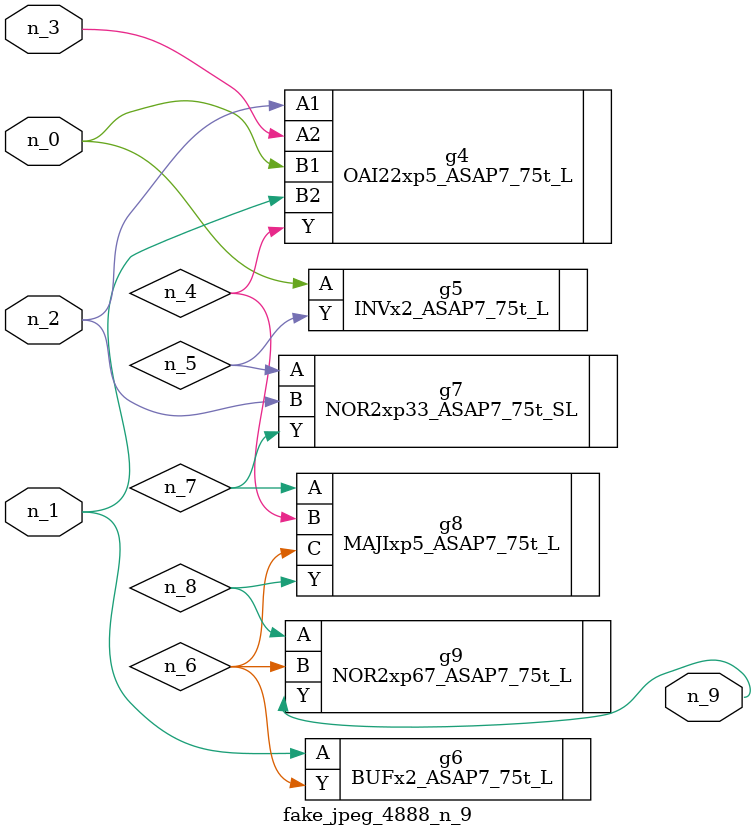
<source format=v>
module fake_jpeg_4888_n_9 (n_0, n_3, n_2, n_1, n_9);

input n_0;
input n_3;
input n_2;
input n_1;

output n_9;

wire n_4;
wire n_8;
wire n_6;
wire n_5;
wire n_7;

OAI22xp5_ASAP7_75t_L g4 ( 
.A1(n_2),
.A2(n_3),
.B1(n_0),
.B2(n_1),
.Y(n_4)
);

INVx2_ASAP7_75t_L g5 ( 
.A(n_0),
.Y(n_5)
);

BUFx2_ASAP7_75t_L g6 ( 
.A(n_1),
.Y(n_6)
);

NOR2xp33_ASAP7_75t_SL g7 ( 
.A(n_5),
.B(n_2),
.Y(n_7)
);

MAJIxp5_ASAP7_75t_L g8 ( 
.A(n_7),
.B(n_4),
.C(n_6),
.Y(n_8)
);

NOR2xp67_ASAP7_75t_L g9 ( 
.A(n_8),
.B(n_6),
.Y(n_9)
);


endmodule
</source>
